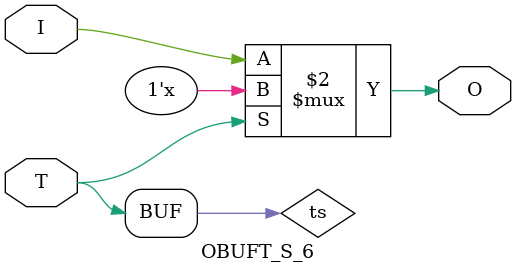
<source format=v>

/*

FUNCTION    : TRI-STATE OUTPUT BUFFER

*/

`celldefine
`timescale  100 ps / 10 ps

module OBUFT_S_6 (O, I, T);

    output O;

    input  I, T;

    or O1 (ts, 1'b0, T);
    bufif0 T1 (O, I, ts);

endmodule

</source>
